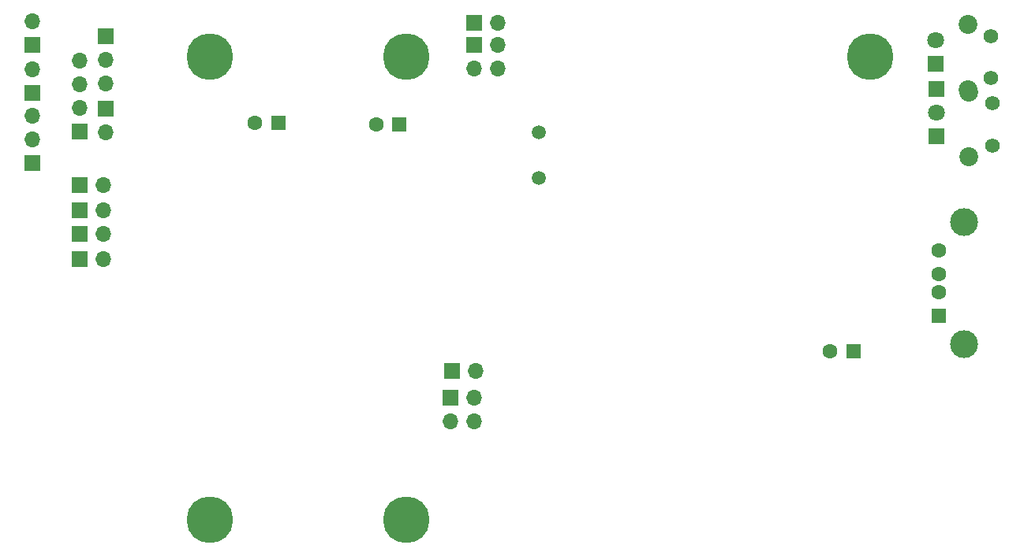
<source format=gbr>
%TF.GenerationSoftware,KiCad,Pcbnew,9.0.5*%
%TF.CreationDate,2025-10-23T10:07:50+01:00*%
%TF.ProjectId,Gotek,476f7465-6b2e-46b6-9963-61645f706362,rev?*%
%TF.SameCoordinates,Original*%
%TF.FileFunction,Soldermask,Bot*%
%TF.FilePolarity,Negative*%
%FSLAX46Y46*%
G04 Gerber Fmt 4.6, Leading zero omitted, Abs format (unit mm)*
G04 Created by KiCad (PCBNEW 9.0.5) date 2025-10-23 10:07:50*
%MOMM*%
%LPD*%
G01*
G04 APERTURE LIST*
%ADD10C,5.000000*%
%ADD11R,1.700000X1.700000*%
%ADD12O,1.700000X1.700000*%
%ADD13R,1.600000X1.600000*%
%ADD14C,1.600000*%
%ADD15C,1.575000*%
%ADD16C,2.025000*%
%ADD17R,1.800000X1.800000*%
%ADD18C,1.800000*%
%ADD19R,1.500000X1.600000*%
%ADD20C,3.000000*%
%ADD21C,1.500000*%
G04 APERTURE END LIST*
D10*
%TO.C,H1*%
X118491000Y-60642500D03*
%TD*%
%TO.C,H2*%
X139573000Y-60642500D03*
%TD*%
%TO.C,H3*%
X118491000Y-110363000D03*
%TD*%
%TO.C,H4*%
X139573000Y-110363000D03*
%TD*%
%TO.C,H5*%
X189357000Y-60642500D03*
%TD*%
D11*
%TO.C,J10*%
X104502000Y-68633500D03*
D12*
X104502000Y-66093500D03*
X104502000Y-63553500D03*
X104502000Y-61013500D03*
%TD*%
D11*
%TO.C,J7*%
X144360900Y-97291500D03*
D12*
X146900900Y-97291500D03*
X144360900Y-99831500D03*
X146900900Y-99831500D03*
%TD*%
D13*
%TO.C,C1*%
X187587100Y-92313100D03*
D14*
X185087100Y-92313100D03*
%TD*%
D11*
%TO.C,JK1*%
X146888200Y-56991200D03*
D12*
X149428200Y-56991200D03*
%TD*%
D11*
%TO.C,JA1*%
X104500000Y-77080000D03*
D12*
X107040000Y-77080000D03*
%TD*%
D15*
%TO.C,S4*%
X202485600Y-70133600D03*
X202485600Y-65633600D03*
D16*
X199985600Y-71383600D03*
X199985600Y-64383600D03*
%TD*%
D17*
%TO.C,L5*%
X196472200Y-69119700D03*
D18*
X196472200Y-66579700D03*
%TD*%
D13*
%TO.C,C17*%
X138863100Y-67862400D03*
D14*
X136363100Y-67862400D03*
%TD*%
D15*
%TO.C,S3*%
X202345900Y-62915800D03*
X202345900Y-58415800D03*
D16*
X199845900Y-64165800D03*
X199845900Y-57165800D03*
%TD*%
D11*
%TO.C,J5*%
X104500000Y-74400000D03*
D12*
X107040000Y-74400000D03*
%TD*%
D11*
%TO.C,JKA1*%
X144460700Y-94351500D03*
D12*
X147000700Y-94351500D03*
%TD*%
D11*
%TO.C,JE1*%
X99450000Y-59350000D03*
D12*
X99450000Y-56810000D03*
%TD*%
D11*
%TO.C,J3*%
X107362600Y-58394600D03*
D12*
X107362600Y-60934600D03*
X107362600Y-63474600D03*
%TD*%
D11*
%TO.C,J8*%
X146900000Y-59329400D03*
D12*
X149440000Y-59329400D03*
X146900000Y-61869400D03*
X149440000Y-61869400D03*
%TD*%
D19*
%TO.C,P3*%
X196706500Y-88456600D03*
D14*
X196706500Y-85956600D03*
X196706500Y-83956600D03*
X196706500Y-81456600D03*
D20*
X199416500Y-91526600D03*
X199416500Y-78386600D03*
%TD*%
D17*
%TO.C,L3*%
X196484900Y-64039700D03*
D18*
X196484900Y-66579700D03*
%TD*%
D11*
%TO.C,JC1*%
X104500000Y-79629000D03*
D12*
X107040000Y-79629000D03*
%TD*%
D11*
%TO.C,JD1*%
X99450000Y-64470000D03*
D12*
X99450000Y-61930000D03*
%TD*%
D11*
%TO.C,JB1*%
X104497000Y-82397600D03*
D12*
X107037000Y-82397600D03*
%TD*%
D21*
%TO.C,Y1*%
X153838300Y-73662100D03*
X153838300Y-68762100D03*
%TD*%
D11*
%TO.C,J4*%
X107362600Y-66209600D03*
D12*
X107362600Y-68749600D03*
%TD*%
D17*
%TO.C,L4*%
X196399200Y-61409500D03*
D18*
X196399200Y-58869500D03*
%TD*%
D13*
%TO.C,C19*%
X125871500Y-67687800D03*
D14*
X123371500Y-67687800D03*
%TD*%
D11*
%TO.C,MO1*%
X99450000Y-72000000D03*
D12*
X99450000Y-69460000D03*
X99450000Y-66920000D03*
%TD*%
M02*

</source>
